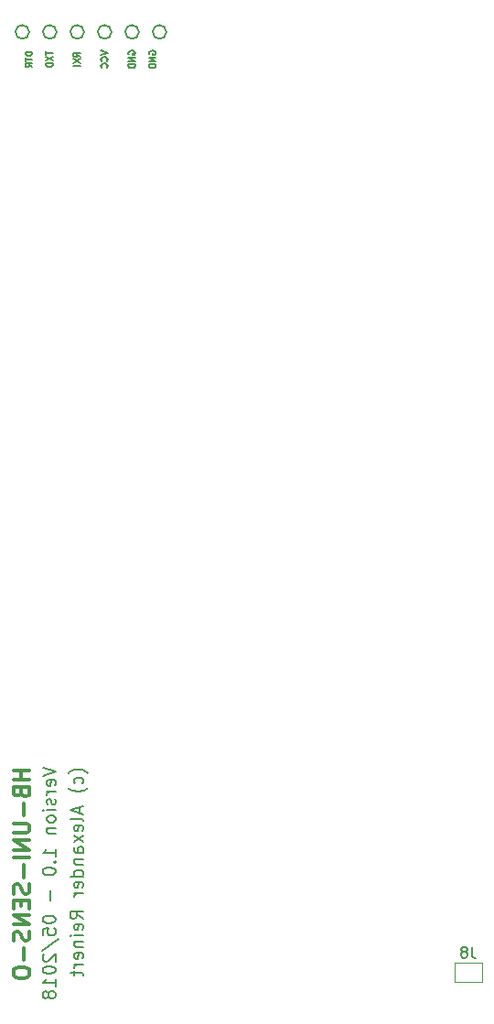
<source format=gbr>
G04 #@! TF.FileFunction,Legend,Bot*
%FSLAX46Y46*%
G04 Gerber Fmt 4.6, Leading zero omitted, Abs format (unit mm)*
G04 Created by KiCad (PCBNEW 4.0.7) date 05/04/18 00:13:25*
%MOMM*%
%LPD*%
G01*
G04 APERTURE LIST*
%ADD10C,0.100000*%
%ADD11C,0.200000*%
%ADD12C,0.300000*%
%ADD13C,0.150000*%
%ADD14C,0.120000*%
G04 APERTURE END LIST*
D10*
D11*
X105387857Y-119494286D02*
X106587857Y-119894286D01*
X105387857Y-120294286D01*
X106530714Y-121151428D02*
X106587857Y-121037142D01*
X106587857Y-120808571D01*
X106530714Y-120694285D01*
X106416429Y-120637142D01*
X105959286Y-120637142D01*
X105845000Y-120694285D01*
X105787857Y-120808571D01*
X105787857Y-121037142D01*
X105845000Y-121151428D01*
X105959286Y-121208571D01*
X106073571Y-121208571D01*
X106187857Y-120637142D01*
X106587857Y-121722856D02*
X105787857Y-121722856D01*
X106016429Y-121722856D02*
X105902143Y-121779999D01*
X105845000Y-121837142D01*
X105787857Y-121951428D01*
X105787857Y-122065713D01*
X106530714Y-122408570D02*
X106587857Y-122522856D01*
X106587857Y-122751428D01*
X106530714Y-122865713D01*
X106416429Y-122922856D01*
X106359286Y-122922856D01*
X106245000Y-122865713D01*
X106187857Y-122751428D01*
X106187857Y-122579999D01*
X106130714Y-122465713D01*
X106016429Y-122408570D01*
X105959286Y-122408570D01*
X105845000Y-122465713D01*
X105787857Y-122579999D01*
X105787857Y-122751428D01*
X105845000Y-122865713D01*
X106587857Y-123437142D02*
X105787857Y-123437142D01*
X105387857Y-123437142D02*
X105445000Y-123379999D01*
X105502143Y-123437142D01*
X105445000Y-123494285D01*
X105387857Y-123437142D01*
X105502143Y-123437142D01*
X106587857Y-124180000D02*
X106530714Y-124065714D01*
X106473571Y-124008571D01*
X106359286Y-123951428D01*
X106016429Y-123951428D01*
X105902143Y-124008571D01*
X105845000Y-124065714D01*
X105787857Y-124180000D01*
X105787857Y-124351428D01*
X105845000Y-124465714D01*
X105902143Y-124522857D01*
X106016429Y-124580000D01*
X106359286Y-124580000D01*
X106473571Y-124522857D01*
X106530714Y-124465714D01*
X106587857Y-124351428D01*
X106587857Y-124180000D01*
X105787857Y-125094285D02*
X106587857Y-125094285D01*
X105902143Y-125094285D02*
X105845000Y-125151428D01*
X105787857Y-125265714D01*
X105787857Y-125437142D01*
X105845000Y-125551428D01*
X105959286Y-125608571D01*
X106587857Y-125608571D01*
X106587857Y-127722857D02*
X106587857Y-127037142D01*
X106587857Y-127380000D02*
X105387857Y-127380000D01*
X105559286Y-127265714D01*
X105673571Y-127151428D01*
X105730714Y-127037142D01*
X106473571Y-128237142D02*
X106530714Y-128294285D01*
X106587857Y-128237142D01*
X106530714Y-128179999D01*
X106473571Y-128237142D01*
X106587857Y-128237142D01*
X105387857Y-129037143D02*
X105387857Y-129151428D01*
X105445000Y-129265714D01*
X105502143Y-129322857D01*
X105616429Y-129380000D01*
X105845000Y-129437143D01*
X106130714Y-129437143D01*
X106359286Y-129380000D01*
X106473571Y-129322857D01*
X106530714Y-129265714D01*
X106587857Y-129151428D01*
X106587857Y-129037143D01*
X106530714Y-128922857D01*
X106473571Y-128865714D01*
X106359286Y-128808571D01*
X106130714Y-128751428D01*
X105845000Y-128751428D01*
X105616429Y-128808571D01*
X105502143Y-128865714D01*
X105445000Y-128922857D01*
X105387857Y-129037143D01*
X106130714Y-130865714D02*
X106130714Y-131780000D01*
X105387857Y-133494286D02*
X105387857Y-133608571D01*
X105445000Y-133722857D01*
X105502143Y-133780000D01*
X105616429Y-133837143D01*
X105845000Y-133894286D01*
X106130714Y-133894286D01*
X106359286Y-133837143D01*
X106473571Y-133780000D01*
X106530714Y-133722857D01*
X106587857Y-133608571D01*
X106587857Y-133494286D01*
X106530714Y-133380000D01*
X106473571Y-133322857D01*
X106359286Y-133265714D01*
X106130714Y-133208571D01*
X105845000Y-133208571D01*
X105616429Y-133265714D01*
X105502143Y-133322857D01*
X105445000Y-133380000D01*
X105387857Y-133494286D01*
X105387857Y-134980000D02*
X105387857Y-134408571D01*
X105959286Y-134351428D01*
X105902143Y-134408571D01*
X105845000Y-134522857D01*
X105845000Y-134808571D01*
X105902143Y-134922857D01*
X105959286Y-134980000D01*
X106073571Y-135037143D01*
X106359286Y-135037143D01*
X106473571Y-134980000D01*
X106530714Y-134922857D01*
X106587857Y-134808571D01*
X106587857Y-134522857D01*
X106530714Y-134408571D01*
X106473571Y-134351428D01*
X105330714Y-136408571D02*
X106873571Y-135380000D01*
X105502143Y-136751428D02*
X105445000Y-136808571D01*
X105387857Y-136922857D01*
X105387857Y-137208571D01*
X105445000Y-137322857D01*
X105502143Y-137380000D01*
X105616429Y-137437143D01*
X105730714Y-137437143D01*
X105902143Y-137380000D01*
X106587857Y-136694286D01*
X106587857Y-137437143D01*
X105387857Y-138180000D02*
X105387857Y-138294285D01*
X105445000Y-138408571D01*
X105502143Y-138465714D01*
X105616429Y-138522857D01*
X105845000Y-138580000D01*
X106130714Y-138580000D01*
X106359286Y-138522857D01*
X106473571Y-138465714D01*
X106530714Y-138408571D01*
X106587857Y-138294285D01*
X106587857Y-138180000D01*
X106530714Y-138065714D01*
X106473571Y-138008571D01*
X106359286Y-137951428D01*
X106130714Y-137894285D01*
X105845000Y-137894285D01*
X105616429Y-137951428D01*
X105502143Y-138008571D01*
X105445000Y-138065714D01*
X105387857Y-138180000D01*
X106587857Y-139722857D02*
X106587857Y-139037142D01*
X106587857Y-139380000D02*
X105387857Y-139380000D01*
X105559286Y-139265714D01*
X105673571Y-139151428D01*
X105730714Y-139037142D01*
X105902143Y-140408571D02*
X105845000Y-140294285D01*
X105787857Y-140237142D01*
X105673571Y-140179999D01*
X105616429Y-140179999D01*
X105502143Y-140237142D01*
X105445000Y-140294285D01*
X105387857Y-140408571D01*
X105387857Y-140637142D01*
X105445000Y-140751428D01*
X105502143Y-140808571D01*
X105616429Y-140865714D01*
X105673571Y-140865714D01*
X105787857Y-140808571D01*
X105845000Y-140751428D01*
X105902143Y-140637142D01*
X105902143Y-140408571D01*
X105959286Y-140294285D01*
X106016429Y-140237142D01*
X106130714Y-140179999D01*
X106359286Y-140179999D01*
X106473571Y-140237142D01*
X106530714Y-140294285D01*
X106587857Y-140408571D01*
X106587857Y-140637142D01*
X106530714Y-140751428D01*
X106473571Y-140808571D01*
X106359286Y-140865714D01*
X106130714Y-140865714D01*
X106016429Y-140808571D01*
X105959286Y-140751428D01*
X105902143Y-140637142D01*
X109585000Y-120008571D02*
X109527857Y-119951429D01*
X109356429Y-119837143D01*
X109242143Y-119780000D01*
X109070714Y-119722857D01*
X108785000Y-119665714D01*
X108556429Y-119665714D01*
X108270714Y-119722857D01*
X108099286Y-119780000D01*
X107985000Y-119837143D01*
X107813571Y-119951429D01*
X107756429Y-120008571D01*
X109070714Y-120980000D02*
X109127857Y-120865714D01*
X109127857Y-120637143D01*
X109070714Y-120522857D01*
X109013571Y-120465714D01*
X108899286Y-120408571D01*
X108556429Y-120408571D01*
X108442143Y-120465714D01*
X108385000Y-120522857D01*
X108327857Y-120637143D01*
X108327857Y-120865714D01*
X108385000Y-120980000D01*
X109585000Y-121380000D02*
X109527857Y-121437142D01*
X109356429Y-121551428D01*
X109242143Y-121608571D01*
X109070714Y-121665714D01*
X108785000Y-121722857D01*
X108556429Y-121722857D01*
X108270714Y-121665714D01*
X108099286Y-121608571D01*
X107985000Y-121551428D01*
X107813571Y-121437142D01*
X107756429Y-121380000D01*
X108785000Y-123151428D02*
X108785000Y-123722857D01*
X109127857Y-123037143D02*
X107927857Y-123437143D01*
X109127857Y-123837143D01*
X109127857Y-124408571D02*
X109070714Y-124294285D01*
X108956429Y-124237142D01*
X107927857Y-124237142D01*
X109070714Y-125322856D02*
X109127857Y-125208570D01*
X109127857Y-124979999D01*
X109070714Y-124865713D01*
X108956429Y-124808570D01*
X108499286Y-124808570D01*
X108385000Y-124865713D01*
X108327857Y-124979999D01*
X108327857Y-125208570D01*
X108385000Y-125322856D01*
X108499286Y-125379999D01*
X108613571Y-125379999D01*
X108727857Y-124808570D01*
X109127857Y-125779999D02*
X108327857Y-126408570D01*
X108327857Y-125779999D02*
X109127857Y-126408570D01*
X109127857Y-127379999D02*
X108499286Y-127379999D01*
X108385000Y-127322856D01*
X108327857Y-127208570D01*
X108327857Y-126979999D01*
X108385000Y-126865713D01*
X109070714Y-127379999D02*
X109127857Y-127265713D01*
X109127857Y-126979999D01*
X109070714Y-126865713D01*
X108956429Y-126808570D01*
X108842143Y-126808570D01*
X108727857Y-126865713D01*
X108670714Y-126979999D01*
X108670714Y-127265713D01*
X108613571Y-127379999D01*
X108327857Y-127951427D02*
X109127857Y-127951427D01*
X108442143Y-127951427D02*
X108385000Y-128008570D01*
X108327857Y-128122856D01*
X108327857Y-128294284D01*
X108385000Y-128408570D01*
X108499286Y-128465713D01*
X109127857Y-128465713D01*
X109127857Y-129551427D02*
X107927857Y-129551427D01*
X109070714Y-129551427D02*
X109127857Y-129437141D01*
X109127857Y-129208570D01*
X109070714Y-129094284D01*
X109013571Y-129037141D01*
X108899286Y-128979998D01*
X108556429Y-128979998D01*
X108442143Y-129037141D01*
X108385000Y-129094284D01*
X108327857Y-129208570D01*
X108327857Y-129437141D01*
X108385000Y-129551427D01*
X109070714Y-130579998D02*
X109127857Y-130465712D01*
X109127857Y-130237141D01*
X109070714Y-130122855D01*
X108956429Y-130065712D01*
X108499286Y-130065712D01*
X108385000Y-130122855D01*
X108327857Y-130237141D01*
X108327857Y-130465712D01*
X108385000Y-130579998D01*
X108499286Y-130637141D01*
X108613571Y-130637141D01*
X108727857Y-130065712D01*
X109127857Y-131151426D02*
X108327857Y-131151426D01*
X108556429Y-131151426D02*
X108442143Y-131208569D01*
X108385000Y-131265712D01*
X108327857Y-131379998D01*
X108327857Y-131494283D01*
X109127857Y-133494284D02*
X108556429Y-133094284D01*
X109127857Y-132808569D02*
X107927857Y-132808569D01*
X107927857Y-133265712D01*
X107985000Y-133379998D01*
X108042143Y-133437141D01*
X108156429Y-133494284D01*
X108327857Y-133494284D01*
X108442143Y-133437141D01*
X108499286Y-133379998D01*
X108556429Y-133265712D01*
X108556429Y-132808569D01*
X109070714Y-134465712D02*
X109127857Y-134351426D01*
X109127857Y-134122855D01*
X109070714Y-134008569D01*
X108956429Y-133951426D01*
X108499286Y-133951426D01*
X108385000Y-134008569D01*
X108327857Y-134122855D01*
X108327857Y-134351426D01*
X108385000Y-134465712D01*
X108499286Y-134522855D01*
X108613571Y-134522855D01*
X108727857Y-133951426D01*
X109127857Y-135037140D02*
X108327857Y-135037140D01*
X107927857Y-135037140D02*
X107985000Y-134979997D01*
X108042143Y-135037140D01*
X107985000Y-135094283D01*
X107927857Y-135037140D01*
X108042143Y-135037140D01*
X108327857Y-135608569D02*
X109127857Y-135608569D01*
X108442143Y-135608569D02*
X108385000Y-135665712D01*
X108327857Y-135779998D01*
X108327857Y-135951426D01*
X108385000Y-136065712D01*
X108499286Y-136122855D01*
X109127857Y-136122855D01*
X109070714Y-137151426D02*
X109127857Y-137037140D01*
X109127857Y-136808569D01*
X109070714Y-136694283D01*
X108956429Y-136637140D01*
X108499286Y-136637140D01*
X108385000Y-136694283D01*
X108327857Y-136808569D01*
X108327857Y-137037140D01*
X108385000Y-137151426D01*
X108499286Y-137208569D01*
X108613571Y-137208569D01*
X108727857Y-136637140D01*
X109127857Y-137722854D02*
X108327857Y-137722854D01*
X108556429Y-137722854D02*
X108442143Y-137779997D01*
X108385000Y-137837140D01*
X108327857Y-137951426D01*
X108327857Y-138065711D01*
X108327857Y-138294283D02*
X108327857Y-138751426D01*
X107927857Y-138465711D02*
X108956429Y-138465711D01*
X109070714Y-138522854D01*
X109127857Y-138637140D01*
X109127857Y-138751426D01*
D12*
X104183571Y-119737143D02*
X102683571Y-119737143D01*
X103397857Y-119737143D02*
X103397857Y-120594286D01*
X104183571Y-120594286D02*
X102683571Y-120594286D01*
X103397857Y-121808572D02*
X103469286Y-122022858D01*
X103540714Y-122094286D01*
X103683571Y-122165715D01*
X103897857Y-122165715D01*
X104040714Y-122094286D01*
X104112143Y-122022858D01*
X104183571Y-121880000D01*
X104183571Y-121308572D01*
X102683571Y-121308572D01*
X102683571Y-121808572D01*
X102755000Y-121951429D01*
X102826429Y-122022858D01*
X102969286Y-122094286D01*
X103112143Y-122094286D01*
X103255000Y-122022858D01*
X103326429Y-121951429D01*
X103397857Y-121808572D01*
X103397857Y-121308572D01*
X103612143Y-122808572D02*
X103612143Y-123951429D01*
X102683571Y-124665715D02*
X103897857Y-124665715D01*
X104040714Y-124737143D01*
X104112143Y-124808572D01*
X104183571Y-124951429D01*
X104183571Y-125237143D01*
X104112143Y-125380001D01*
X104040714Y-125451429D01*
X103897857Y-125522858D01*
X102683571Y-125522858D01*
X104183571Y-126237144D02*
X102683571Y-126237144D01*
X104183571Y-127094287D01*
X102683571Y-127094287D01*
X104183571Y-127808573D02*
X102683571Y-127808573D01*
X103612143Y-128522859D02*
X103612143Y-129665716D01*
X104112143Y-130308573D02*
X104183571Y-130522859D01*
X104183571Y-130880002D01*
X104112143Y-131022859D01*
X104040714Y-131094288D01*
X103897857Y-131165716D01*
X103755000Y-131165716D01*
X103612143Y-131094288D01*
X103540714Y-131022859D01*
X103469286Y-130880002D01*
X103397857Y-130594288D01*
X103326429Y-130451430D01*
X103255000Y-130380002D01*
X103112143Y-130308573D01*
X102969286Y-130308573D01*
X102826429Y-130380002D01*
X102755000Y-130451430D01*
X102683571Y-130594288D01*
X102683571Y-130951430D01*
X102755000Y-131165716D01*
X103397857Y-131808573D02*
X103397857Y-132308573D01*
X104183571Y-132522859D02*
X104183571Y-131808573D01*
X102683571Y-131808573D01*
X102683571Y-132522859D01*
X104183571Y-133165716D02*
X102683571Y-133165716D01*
X104183571Y-134022859D01*
X102683571Y-134022859D01*
X104112143Y-134665716D02*
X104183571Y-134880002D01*
X104183571Y-135237145D01*
X104112143Y-135380002D01*
X104040714Y-135451431D01*
X103897857Y-135522859D01*
X103755000Y-135522859D01*
X103612143Y-135451431D01*
X103540714Y-135380002D01*
X103469286Y-135237145D01*
X103397857Y-134951431D01*
X103326429Y-134808573D01*
X103255000Y-134737145D01*
X103112143Y-134665716D01*
X102969286Y-134665716D01*
X102826429Y-134737145D01*
X102755000Y-134808573D01*
X102683571Y-134951431D01*
X102683571Y-135308573D01*
X102755000Y-135522859D01*
X103612143Y-136165716D02*
X103612143Y-137308573D01*
X102683571Y-138308573D02*
X102683571Y-138594287D01*
X102755000Y-138737145D01*
X102897857Y-138880002D01*
X103183571Y-138951430D01*
X103683571Y-138951430D01*
X103969286Y-138880002D01*
X104112143Y-138737145D01*
X104183571Y-138594287D01*
X104183571Y-138308573D01*
X104112143Y-138165716D01*
X103969286Y-138022859D01*
X103683571Y-137951430D01*
X103183571Y-137951430D01*
X102897857Y-138022859D01*
X102755000Y-138165716D01*
X102683571Y-138308573D01*
D13*
X116840000Y-51435000D02*
G75*
G03X116840000Y-51435000I-635000J0D01*
G01*
X114300000Y-51435000D02*
G75*
G03X114300000Y-51435000I-635000J0D01*
G01*
X111760000Y-51435000D02*
G75*
G03X111760000Y-51435000I-635000J0D01*
G01*
X109220000Y-51435000D02*
G75*
G03X109220000Y-51435000I-635000J0D01*
G01*
X106680000Y-51435000D02*
G75*
G03X106680000Y-51435000I-635000J0D01*
G01*
X104140000Y-51435000D02*
G75*
G03X104140000Y-51435000I-635000J0D01*
G01*
D14*
X146050000Y-139320000D02*
X143510000Y-139320000D01*
X143510000Y-137540000D02*
X146050000Y-137540000D01*
X143510000Y-137540000D02*
X143510000Y-139320000D01*
X146050000Y-139320000D02*
X146050000Y-137540000D01*
D13*
X115270000Y-53517858D02*
X115241429Y-53460715D01*
X115241429Y-53375001D01*
X115270000Y-53289286D01*
X115327143Y-53232144D01*
X115384286Y-53203572D01*
X115498571Y-53175001D01*
X115584286Y-53175001D01*
X115698571Y-53203572D01*
X115755714Y-53232144D01*
X115812857Y-53289286D01*
X115841429Y-53375001D01*
X115841429Y-53432144D01*
X115812857Y-53517858D01*
X115784286Y-53546429D01*
X115584286Y-53546429D01*
X115584286Y-53432144D01*
X115841429Y-53803572D02*
X115241429Y-53803572D01*
X115841429Y-54146429D01*
X115241429Y-54146429D01*
X115841429Y-54432143D02*
X115241429Y-54432143D01*
X115241429Y-54575000D01*
X115270000Y-54660715D01*
X115327143Y-54717857D01*
X115384286Y-54746429D01*
X115498571Y-54775000D01*
X115584286Y-54775000D01*
X115698571Y-54746429D01*
X115755714Y-54717857D01*
X115812857Y-54660715D01*
X115841429Y-54575000D01*
X115841429Y-54432143D01*
X113365000Y-53517858D02*
X113336429Y-53460715D01*
X113336429Y-53375001D01*
X113365000Y-53289286D01*
X113422143Y-53232144D01*
X113479286Y-53203572D01*
X113593571Y-53175001D01*
X113679286Y-53175001D01*
X113793571Y-53203572D01*
X113850714Y-53232144D01*
X113907857Y-53289286D01*
X113936429Y-53375001D01*
X113936429Y-53432144D01*
X113907857Y-53517858D01*
X113879286Y-53546429D01*
X113679286Y-53546429D01*
X113679286Y-53432144D01*
X113936429Y-53803572D02*
X113336429Y-53803572D01*
X113936429Y-54146429D01*
X113336429Y-54146429D01*
X113936429Y-54432143D02*
X113336429Y-54432143D01*
X113336429Y-54575000D01*
X113365000Y-54660715D01*
X113422143Y-54717857D01*
X113479286Y-54746429D01*
X113593571Y-54775000D01*
X113679286Y-54775000D01*
X113793571Y-54746429D01*
X113850714Y-54717857D01*
X113907857Y-54660715D01*
X113936429Y-54575000D01*
X113936429Y-54432143D01*
X110796429Y-53175000D02*
X111396429Y-53375000D01*
X110796429Y-53575000D01*
X111339286Y-54117857D02*
X111367857Y-54089286D01*
X111396429Y-54003572D01*
X111396429Y-53946429D01*
X111367857Y-53860714D01*
X111310714Y-53803572D01*
X111253571Y-53775000D01*
X111139286Y-53746429D01*
X111053571Y-53746429D01*
X110939286Y-53775000D01*
X110882143Y-53803572D01*
X110825000Y-53860714D01*
X110796429Y-53946429D01*
X110796429Y-54003572D01*
X110825000Y-54089286D01*
X110853571Y-54117857D01*
X111339286Y-54717857D02*
X111367857Y-54689286D01*
X111396429Y-54603572D01*
X111396429Y-54546429D01*
X111367857Y-54460714D01*
X111310714Y-54403572D01*
X111253571Y-54375000D01*
X111139286Y-54346429D01*
X111053571Y-54346429D01*
X110939286Y-54375000D01*
X110882143Y-54403572D01*
X110825000Y-54460714D01*
X110796429Y-54546429D01*
X110796429Y-54603572D01*
X110825000Y-54689286D01*
X110853571Y-54717857D01*
X108856429Y-53732143D02*
X108570714Y-53532143D01*
X108856429Y-53389286D02*
X108256429Y-53389286D01*
X108256429Y-53617858D01*
X108285000Y-53675000D01*
X108313571Y-53703572D01*
X108370714Y-53732143D01*
X108456429Y-53732143D01*
X108513571Y-53703572D01*
X108542143Y-53675000D01*
X108570714Y-53617858D01*
X108570714Y-53389286D01*
X108256429Y-53932143D02*
X108856429Y-54332143D01*
X108256429Y-54332143D02*
X108856429Y-53932143D01*
X108856429Y-54560715D02*
X108256429Y-54560715D01*
X105716429Y-53217857D02*
X105716429Y-53560714D01*
X106316429Y-53389285D02*
X105716429Y-53389285D01*
X105716429Y-53703571D02*
X106316429Y-54103571D01*
X105716429Y-54103571D02*
X106316429Y-53703571D01*
X106316429Y-54332143D02*
X105716429Y-54332143D01*
X105716429Y-54475000D01*
X105745000Y-54560715D01*
X105802143Y-54617857D01*
X105859286Y-54646429D01*
X105973571Y-54675000D01*
X106059286Y-54675000D01*
X106173571Y-54646429D01*
X106230714Y-54617857D01*
X106287857Y-54560715D01*
X106316429Y-54475000D01*
X106316429Y-54332143D01*
X104411429Y-53289286D02*
X103811429Y-53289286D01*
X103811429Y-53432143D01*
X103840000Y-53517858D01*
X103897143Y-53575000D01*
X103954286Y-53603572D01*
X104068571Y-53632143D01*
X104154286Y-53632143D01*
X104268571Y-53603572D01*
X104325714Y-53575000D01*
X104382857Y-53517858D01*
X104411429Y-53432143D01*
X104411429Y-53289286D01*
X103811429Y-53803572D02*
X103811429Y-54146429D01*
X104411429Y-53975000D02*
X103811429Y-53975000D01*
X104411429Y-54689286D02*
X104125714Y-54489286D01*
X104411429Y-54346429D02*
X103811429Y-54346429D01*
X103811429Y-54575001D01*
X103840000Y-54632143D01*
X103868571Y-54660715D01*
X103925714Y-54689286D01*
X104011429Y-54689286D01*
X104068571Y-54660715D01*
X104097143Y-54632143D01*
X104125714Y-54575001D01*
X104125714Y-54346429D01*
X145113333Y-136102381D02*
X145113333Y-136816667D01*
X145160953Y-136959524D01*
X145256191Y-137054762D01*
X145399048Y-137102381D01*
X145494286Y-137102381D01*
X144494286Y-136530952D02*
X144589524Y-136483333D01*
X144637143Y-136435714D01*
X144684762Y-136340476D01*
X144684762Y-136292857D01*
X144637143Y-136197619D01*
X144589524Y-136150000D01*
X144494286Y-136102381D01*
X144303809Y-136102381D01*
X144208571Y-136150000D01*
X144160952Y-136197619D01*
X144113333Y-136292857D01*
X144113333Y-136340476D01*
X144160952Y-136435714D01*
X144208571Y-136483333D01*
X144303809Y-136530952D01*
X144494286Y-136530952D01*
X144589524Y-136578571D01*
X144637143Y-136626190D01*
X144684762Y-136721429D01*
X144684762Y-136911905D01*
X144637143Y-137007143D01*
X144589524Y-137054762D01*
X144494286Y-137102381D01*
X144303809Y-137102381D01*
X144208571Y-137054762D01*
X144160952Y-137007143D01*
X144113333Y-136911905D01*
X144113333Y-136721429D01*
X144160952Y-136626190D01*
X144208571Y-136578571D01*
X144303809Y-136530952D01*
M02*

</source>
